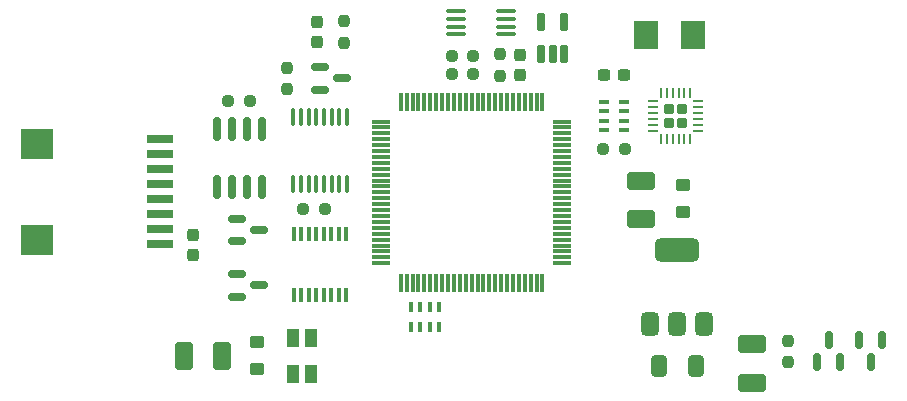
<source format=gbr>
G04 #@! TF.GenerationSoftware,KiCad,Pcbnew,8.0.2*
G04 #@! TF.CreationDate,2024-07-12T07:55:03+02:00*
G04 #@! TF.ProjectId,ETH1HMSR-SMS,45544831-484d-4535-922d-534d532e6b69,rev?*
G04 #@! TF.SameCoordinates,Original*
G04 #@! TF.FileFunction,Paste,Top*
G04 #@! TF.FilePolarity,Positive*
%FSLAX46Y46*%
G04 Gerber Fmt 4.6, Leading zero omitted, Abs format (unit mm)*
G04 Created by KiCad (PCBNEW 8.0.2) date 2024-07-12 07:55:03*
%MOMM*%
%LPD*%
G01*
G04 APERTURE LIST*
G04 Aperture macros list*
%AMRoundRect*
0 Rectangle with rounded corners*
0 $1 Rounding radius*
0 $2 $3 $4 $5 $6 $7 $8 $9 X,Y pos of 4 corners*
0 Add a 4 corners polygon primitive as box body*
4,1,4,$2,$3,$4,$5,$6,$7,$8,$9,$2,$3,0*
0 Add four circle primitives for the rounded corners*
1,1,$1+$1,$2,$3*
1,1,$1+$1,$4,$5*
1,1,$1+$1,$6,$7*
1,1,$1+$1,$8,$9*
0 Add four rect primitives between the rounded corners*
20,1,$1+$1,$2,$3,$4,$5,0*
20,1,$1+$1,$4,$5,$6,$7,0*
20,1,$1+$1,$6,$7,$8,$9,0*
20,1,$1+$1,$8,$9,$2,$3,0*%
%AMOutline4P*
0 Free polygon, 4 corners , with rotation*
0 The origin of the aperture is its center*
0 number of corners: always 4*
0 $1 to $8 corner X, Y*
0 $9 Rotation angle, in degrees counterclockwise*
0 create outline with 4 corners*
4,1,4,$1,$2,$3,$4,$5,$6,$7,$8,$1,$2,$9*%
%AMFreePoly0*
4,1,25,0.266375,0.443630,0.297109,0.420047,0.420047,0.297109,0.458455,0.230584,0.463512,0.192176,0.463512,-0.192176,0.443630,-0.266375,0.420047,-0.297109,0.297109,-0.420047,0.230584,-0.458455,0.192176,-0.463512,-0.192176,-0.463512,-0.266375,-0.443630,-0.297109,-0.420047,-0.420047,-0.297109,-0.458455,-0.230584,-0.463512,-0.192176,-0.463512,0.192176,-0.443630,0.266375,-0.420047,0.297109,
-0.297109,0.420047,-0.230584,0.458455,-0.192176,0.463512,0.192176,0.463512,0.266375,0.443630,0.266375,0.443630,$1*%
G04 Aperture macros list end*
%ADD10RoundRect,0.150000X-0.587500X-0.150000X0.587500X-0.150000X0.587500X0.150000X-0.587500X0.150000X0*%
%ADD11RoundRect,0.100000X0.100000X-0.637500X0.100000X0.637500X-0.100000X0.637500X-0.100000X-0.637500X0*%
%ADD12RoundRect,0.237500X-0.237500X0.250000X-0.237500X-0.250000X0.237500X-0.250000X0.237500X0.250000X0*%
%ADD13RoundRect,0.237500X-0.237500X0.300000X-0.237500X-0.300000X0.237500X-0.300000X0.237500X0.300000X0*%
%ADD14RoundRect,0.250000X-0.350000X0.275000X-0.350000X-0.275000X0.350000X-0.275000X0.350000X0.275000X0*%
%ADD15R,1.100000X1.500000*%
%ADD16R,0.400000X0.900000*%
%ADD17RoundRect,0.250000X0.412500X0.650000X-0.412500X0.650000X-0.412500X-0.650000X0.412500X-0.650000X0*%
%ADD18RoundRect,0.150000X-0.150000X0.587500X-0.150000X-0.587500X0.150000X-0.587500X0.150000X0.587500X0*%
%ADD19RoundRect,0.250001X0.499999X0.924999X-0.499999X0.924999X-0.499999X-0.924999X0.499999X-0.924999X0*%
%ADD20RoundRect,0.237500X-0.250000X-0.237500X0.250000X-0.237500X0.250000X0.237500X-0.250000X0.237500X0*%
%ADD21RoundRect,0.150000X0.150000X-0.825000X0.150000X0.825000X-0.150000X0.825000X-0.150000X-0.825000X0*%
%ADD22RoundRect,0.237500X0.300000X0.237500X-0.300000X0.237500X-0.300000X-0.237500X0.300000X-0.237500X0*%
%ADD23R,2.000000X2.400000*%
%ADD24RoundRect,0.250000X0.350000X-0.275000X0.350000X0.275000X-0.350000X0.275000X-0.350000X-0.275000X0*%
%ADD25RoundRect,0.075000X-0.075000X0.725000X-0.075000X-0.725000X0.075000X-0.725000X0.075000X0.725000X0*%
%ADD26RoundRect,0.075000X-0.725000X0.075000X-0.725000X-0.075000X0.725000X-0.075000X0.725000X0.075000X0*%
%ADD27RoundRect,0.237500X0.250000X0.237500X-0.250000X0.237500X-0.250000X-0.237500X0.250000X-0.237500X0*%
%ADD28FreePoly0,270.000000*%
%ADD29RoundRect,0.062500X-0.062500X0.375000X-0.062500X-0.375000X0.062500X-0.375000X0.062500X0.375000X0*%
%ADD30RoundRect,0.062500X-0.375000X0.062500X-0.375000X-0.062500X0.375000X-0.062500X0.375000X0.062500X0*%
%ADD31RoundRect,0.375000X0.375000X-0.625000X0.375000X0.625000X-0.375000X0.625000X-0.375000X-0.625000X0*%
%ADD32RoundRect,0.500000X1.400000X-0.500000X1.400000X0.500000X-1.400000X0.500000X-1.400000X-0.500000X0*%
%ADD33Outline4P,-1.270000X-1.350000X1.270000X-1.350000X1.270000X1.350000X-1.270000X1.350000X270.000000*%
%ADD34Outline4P,-0.380000X-1.100000X0.380000X-1.100000X0.380000X1.100000X-0.380000X1.100000X270.000000*%
%ADD35RoundRect,0.150000X0.150000X-0.587500X0.150000X0.587500X-0.150000X0.587500X-0.150000X-0.587500X0*%
%ADD36RoundRect,0.237500X0.237500X-0.250000X0.237500X0.250000X-0.237500X0.250000X-0.237500X-0.250000X0*%
%ADD37R,0.900000X0.400000*%
%ADD38RoundRect,0.250001X-0.924999X0.499999X-0.924999X-0.499999X0.924999X-0.499999X0.924999X0.499999X0*%
%ADD39RoundRect,0.100000X-0.712500X-0.100000X0.712500X-0.100000X0.712500X0.100000X-0.712500X0.100000X0*%
%ADD40RoundRect,0.237500X0.237500X-0.300000X0.237500X0.300000X-0.237500X0.300000X-0.237500X-0.300000X0*%
%ADD41RoundRect,0.162500X0.162500X-0.617500X0.162500X0.617500X-0.162500X0.617500X-0.162500X-0.617500X0*%
%ADD42RoundRect,0.250001X0.924999X-0.499999X0.924999X0.499999X-0.924999X0.499999X-0.924999X-0.499999X0*%
%ADD43R,0.400000X1.200000*%
G04 APERTURE END LIST*
D10*
G04 #@! TO.C,RN502*
X132920500Y-89474000D03*
X132920500Y-91374000D03*
X134795500Y-90424000D03*
G04 #@! TD*
D11*
G04 #@! TO.C,U503*
X137679000Y-81856500D03*
X138329000Y-81856500D03*
X138979000Y-81856500D03*
X139629000Y-81856500D03*
X140279000Y-81856500D03*
X140929000Y-81856500D03*
X141579000Y-81856500D03*
X142229000Y-81856500D03*
X142229000Y-76131500D03*
X141579000Y-76131500D03*
X140929000Y-76131500D03*
X140279000Y-76131500D03*
X139629000Y-76131500D03*
X138979000Y-76131500D03*
X138329000Y-76131500D03*
X137679000Y-76131500D03*
G04 #@! TD*
D12*
G04 #@! TO.C,R408*
X155194000Y-70842500D03*
X155194000Y-72667500D03*
G04 #@! TD*
D13*
G04 #@! TO.C,C512*
X139700000Y-68098500D03*
X139700000Y-69823500D03*
G04 #@! TD*
D14*
G04 #@! TO.C,FB301*
X170688000Y-81908000D03*
X170688000Y-84208000D03*
G04 #@! TD*
D15*
G04 #@! TO.C,D401*
X137680000Y-97893000D03*
X137680000Y-94893000D03*
X139180000Y-94893000D03*
X139180000Y-97893000D03*
G04 #@! TD*
D16*
G04 #@! TO.C,RN401*
X150044000Y-92241000D03*
X149244000Y-92241000D03*
X148444000Y-92241000D03*
X147644000Y-92241000D03*
X147644000Y-93941000D03*
X148444000Y-93941000D03*
X149244000Y-93941000D03*
X150044000Y-93941000D03*
G04 #@! TD*
D17*
G04 #@! TO.C,C204*
X171742500Y-97282000D03*
X168617500Y-97282000D03*
G04 #@! TD*
D18*
G04 #@! TO.C,Q201*
X187513000Y-95074500D03*
X185613000Y-95074500D03*
X186563000Y-96949500D03*
G04 #@! TD*
D13*
G04 #@! TO.C,C504*
X129159000Y-86132500D03*
X129159000Y-87857500D03*
G04 #@! TD*
D19*
G04 #@! TO.C,C506*
X131673000Y-96393000D03*
X128423000Y-96393000D03*
G04 #@! TD*
D20*
G04 #@! TO.C,R302*
X163933500Y-78867000D03*
X165758500Y-78867000D03*
G04 #@! TD*
D21*
G04 #@! TO.C,U504*
X131191000Y-82104000D03*
X132461000Y-82104000D03*
X133731000Y-82104000D03*
X135001000Y-82104000D03*
X135001000Y-77154000D03*
X133731000Y-77154000D03*
X132461000Y-77154000D03*
X131191000Y-77154000D03*
G04 #@! TD*
D22*
G04 #@! TO.C,C303*
X165708500Y-72644000D03*
X163983500Y-72644000D03*
G04 #@! TD*
D23*
G04 #@! TO.C,Y301*
X171545000Y-69215000D03*
X167545000Y-69215000D03*
G04 #@! TD*
D24*
G04 #@! TO.C,FB501*
X134620000Y-97543000D03*
X134620000Y-95243000D03*
G04 #@! TD*
D25*
G04 #@! TO.C,U403*
X158781000Y-74875000D03*
X158281000Y-74875000D03*
X157781000Y-74875000D03*
X157281000Y-74875000D03*
X156781000Y-74875000D03*
X156281000Y-74875000D03*
X155781000Y-74875000D03*
X155281000Y-74875000D03*
X154781000Y-74875000D03*
X154281000Y-74875000D03*
X153781000Y-74875000D03*
X153281000Y-74875000D03*
X152781000Y-74875000D03*
X152281000Y-74875000D03*
X151781000Y-74875000D03*
X151281000Y-74875000D03*
X150781000Y-74875000D03*
X150281000Y-74875000D03*
X149781000Y-74875000D03*
X149281000Y-74875000D03*
X148781000Y-74875000D03*
X148281000Y-74875000D03*
X147781000Y-74875000D03*
X147281000Y-74875000D03*
X146781000Y-74875000D03*
D26*
X145106000Y-76550000D03*
X145106000Y-77050000D03*
X145106000Y-77550000D03*
X145106000Y-78050000D03*
X145106000Y-78550000D03*
X145106000Y-79050000D03*
X145106000Y-79550000D03*
X145106000Y-80050000D03*
X145106000Y-80550000D03*
X145106000Y-81050000D03*
X145106000Y-81550000D03*
X145106000Y-82050000D03*
X145106000Y-82550000D03*
X145106000Y-83050000D03*
X145106000Y-83550000D03*
X145106000Y-84050000D03*
X145106000Y-84550000D03*
X145106000Y-85050000D03*
X145106000Y-85550000D03*
X145106000Y-86050000D03*
X145106000Y-86550000D03*
X145106000Y-87050000D03*
X145106000Y-87550000D03*
X145106000Y-88050000D03*
X145106000Y-88550000D03*
D25*
X146781000Y-90225000D03*
X147281000Y-90225000D03*
X147781000Y-90225000D03*
X148281000Y-90225000D03*
X148781000Y-90225000D03*
X149281000Y-90225000D03*
X149781000Y-90225000D03*
X150281000Y-90225000D03*
X150781000Y-90225000D03*
X151281000Y-90225000D03*
X151781000Y-90225000D03*
X152281000Y-90225000D03*
X152781000Y-90225000D03*
X153281000Y-90225000D03*
X153781000Y-90225000D03*
X154281000Y-90225000D03*
X154781000Y-90225000D03*
X155281000Y-90225000D03*
X155781000Y-90225000D03*
X156281000Y-90225000D03*
X156781000Y-90225000D03*
X157281000Y-90225000D03*
X157781000Y-90225000D03*
X158281000Y-90225000D03*
X158781000Y-90225000D03*
D26*
X160456000Y-88550000D03*
X160456000Y-88050000D03*
X160456000Y-87550000D03*
X160456000Y-87050000D03*
X160456000Y-86550000D03*
X160456000Y-86050000D03*
X160456000Y-85550000D03*
X160456000Y-85050000D03*
X160456000Y-84550000D03*
X160456000Y-84050000D03*
X160456000Y-83550000D03*
X160456000Y-83050000D03*
X160456000Y-82550000D03*
X160456000Y-82050000D03*
X160456000Y-81550000D03*
X160456000Y-81050000D03*
X160456000Y-80550000D03*
X160456000Y-80050000D03*
X160456000Y-79550000D03*
X160456000Y-79050000D03*
X160456000Y-78550000D03*
X160456000Y-78050000D03*
X160456000Y-77550000D03*
X160456000Y-77050000D03*
X160456000Y-76550000D03*
G04 #@! TD*
D27*
G04 #@! TO.C,R403*
X152931500Y-70993000D03*
X151106500Y-70993000D03*
G04 #@! TD*
D10*
G04 #@! TO.C,D501*
X139905500Y-71948000D03*
X139905500Y-73848000D03*
X141780500Y-72898000D03*
G04 #@! TD*
D28*
G04 #@! TO.C,U301*
X170623000Y-75503000D03*
X169483000Y-75503000D03*
X170623000Y-76643000D03*
X169483000Y-76643000D03*
D29*
X171303000Y-74135500D03*
X170803000Y-74135500D03*
X170303000Y-74135500D03*
X169803000Y-74135500D03*
X169303000Y-74135500D03*
X168803000Y-74135500D03*
D30*
X168115500Y-74823000D03*
X168115500Y-75323000D03*
X168115500Y-75823000D03*
X168115500Y-76323000D03*
X168115500Y-76823000D03*
X168115500Y-77323000D03*
D29*
X168803000Y-78010500D03*
X169303000Y-78010500D03*
X169803000Y-78010500D03*
X170303000Y-78010500D03*
X170803000Y-78010500D03*
X171303000Y-78010500D03*
D30*
X171990500Y-77323000D03*
X171990500Y-76823000D03*
X171990500Y-76323000D03*
X171990500Y-75823000D03*
X171990500Y-75323000D03*
X171990500Y-74823000D03*
G04 #@! TD*
D27*
G04 #@! TO.C,R402*
X152931500Y-72517000D03*
X151106500Y-72517000D03*
G04 #@! TD*
D31*
G04 #@! TO.C,U202*
X167880000Y-93701000D03*
X170180000Y-93701000D03*
D32*
X170180000Y-87401000D03*
D31*
X172480000Y-93701000D03*
G04 #@! TD*
D12*
G04 #@! TO.C,R201*
X179578000Y-95099500D03*
X179578000Y-96924500D03*
G04 #@! TD*
D33*
G04 #@! TO.C,U501*
X115950000Y-78440000D03*
X115950000Y-86580000D03*
D34*
X126380000Y-86945000D03*
X126380000Y-85675000D03*
X126380000Y-84405000D03*
X126380000Y-83135000D03*
X126380000Y-81865000D03*
X126380000Y-80595000D03*
X126380000Y-79325000D03*
X126380000Y-78055000D03*
G04 #@! TD*
D35*
G04 #@! TO.C,Q202*
X182057000Y-96949500D03*
X183957000Y-96949500D03*
X183007000Y-95074500D03*
G04 #@! TD*
D36*
G04 #@! TO.C,R501*
X137160000Y-73810500D03*
X137160000Y-71985500D03*
G04 #@! TD*
D10*
G04 #@! TO.C,RN501*
X132920500Y-84775000D03*
X132920500Y-86675000D03*
X134795500Y-85725000D03*
G04 #@! TD*
D37*
G04 #@! TO.C,RN301*
X163996000Y-74873000D03*
X163996000Y-75673000D03*
X163996000Y-76473000D03*
X163996000Y-77273000D03*
X165696000Y-77273000D03*
X165696000Y-76473000D03*
X165696000Y-75673000D03*
X165696000Y-74873000D03*
G04 #@! TD*
D20*
G04 #@! TO.C,R506*
X132183500Y-74803000D03*
X134008500Y-74803000D03*
G04 #@! TD*
D38*
G04 #@! TO.C,C203*
X176530000Y-95403000D03*
X176530000Y-98653000D03*
G04 #@! TD*
D39*
G04 #@! TO.C,U401*
X151430500Y-67224000D03*
X151430500Y-67874000D03*
X151430500Y-68524000D03*
X151430500Y-69174000D03*
X155655500Y-69174000D03*
X155655500Y-68524000D03*
X155655500Y-67874000D03*
X155655500Y-67224000D03*
G04 #@! TD*
D40*
G04 #@! TO.C,C413*
X156845000Y-72617500D03*
X156845000Y-70892500D03*
G04 #@! TD*
D41*
G04 #@! TO.C,U402*
X158689000Y-70819000D03*
X159639000Y-70819000D03*
X160589000Y-70819000D03*
X160589000Y-68119000D03*
X158689000Y-68119000D03*
G04 #@! TD*
D42*
G04 #@! TO.C,C205*
X167132000Y-84810000D03*
X167132000Y-81560000D03*
G04 #@! TD*
D27*
G04 #@! TO.C,R511*
X140358500Y-83947000D03*
X138533500Y-83947000D03*
G04 #@! TD*
D36*
G04 #@! TO.C,R515*
X141986000Y-69873500D03*
X141986000Y-68048500D03*
G04 #@! TD*
D43*
G04 #@! TO.C,U502*
X137731500Y-91246000D03*
X138366500Y-91246000D03*
X139001500Y-91246000D03*
X139636500Y-91246000D03*
X140271500Y-91246000D03*
X140906500Y-91246000D03*
X141541500Y-91246000D03*
X142176500Y-91246000D03*
X142176500Y-86046000D03*
X141541500Y-86046000D03*
X140906500Y-86046000D03*
X140271500Y-86046000D03*
X139636500Y-86046000D03*
X139001500Y-86046000D03*
X138366500Y-86046000D03*
X137731500Y-86046000D03*
G04 #@! TD*
M02*

</source>
